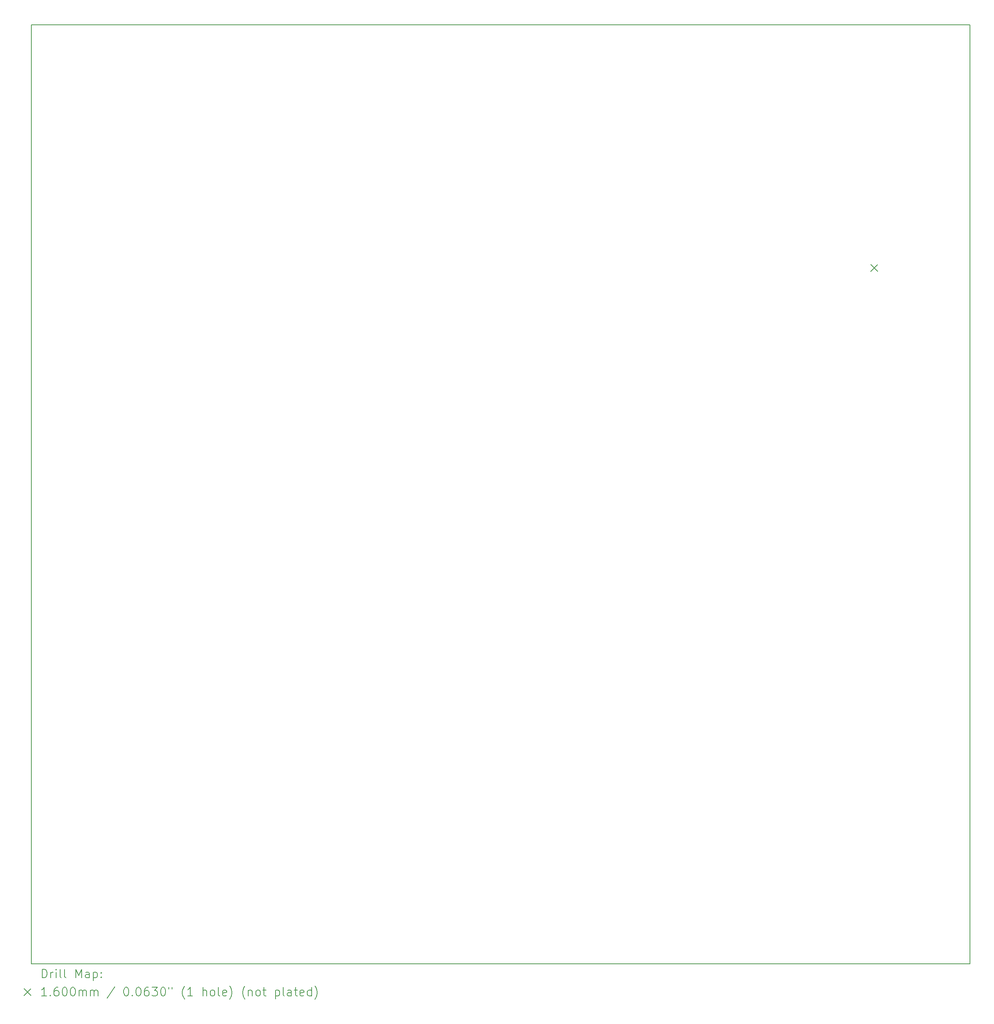
<source format=gbr>
%TF.GenerationSoftware,KiCad,Pcbnew,8.0.7*%
%TF.CreationDate,2025-03-27T18:08:51-05:00*%
%TF.ProjectId,Chess_board2,43686573-735f-4626-9f61-7264322e6b69,rev?*%
%TF.SameCoordinates,Original*%
%TF.FileFunction,Drillmap*%
%TF.FilePolarity,Positive*%
%FSLAX45Y45*%
G04 Gerber Fmt 4.5, Leading zero omitted, Abs format (unit mm)*
G04 Created by KiCad (PCBNEW 8.0.7) date 2025-03-27 18:08:51*
%MOMM*%
%LPD*%
G01*
G04 APERTURE LIST*
%ADD10C,0.200000*%
%ADD11C,0.160000*%
G04 APERTURE END LIST*
D10*
X31300000Y-6200000D02*
X53100000Y-6200000D01*
X53100000Y-28000000D01*
X31300000Y-28000000D01*
X31300000Y-6200000D01*
D11*
X50800000Y-11768000D02*
X50960000Y-11928000D01*
X50960000Y-11768000D02*
X50800000Y-11928000D01*
D10*
X31550777Y-28321484D02*
X31550777Y-28121484D01*
X31550777Y-28121484D02*
X31598396Y-28121484D01*
X31598396Y-28121484D02*
X31626967Y-28131008D01*
X31626967Y-28131008D02*
X31646015Y-28150055D01*
X31646015Y-28150055D02*
X31655539Y-28169103D01*
X31655539Y-28169103D02*
X31665062Y-28207198D01*
X31665062Y-28207198D02*
X31665062Y-28235769D01*
X31665062Y-28235769D02*
X31655539Y-28273865D01*
X31655539Y-28273865D02*
X31646015Y-28292912D01*
X31646015Y-28292912D02*
X31626967Y-28311960D01*
X31626967Y-28311960D02*
X31598396Y-28321484D01*
X31598396Y-28321484D02*
X31550777Y-28321484D01*
X31750777Y-28321484D02*
X31750777Y-28188150D01*
X31750777Y-28226246D02*
X31760301Y-28207198D01*
X31760301Y-28207198D02*
X31769824Y-28197674D01*
X31769824Y-28197674D02*
X31788872Y-28188150D01*
X31788872Y-28188150D02*
X31807920Y-28188150D01*
X31874586Y-28321484D02*
X31874586Y-28188150D01*
X31874586Y-28121484D02*
X31865062Y-28131008D01*
X31865062Y-28131008D02*
X31874586Y-28140531D01*
X31874586Y-28140531D02*
X31884110Y-28131008D01*
X31884110Y-28131008D02*
X31874586Y-28121484D01*
X31874586Y-28121484D02*
X31874586Y-28140531D01*
X31998396Y-28321484D02*
X31979348Y-28311960D01*
X31979348Y-28311960D02*
X31969824Y-28292912D01*
X31969824Y-28292912D02*
X31969824Y-28121484D01*
X32103158Y-28321484D02*
X32084110Y-28311960D01*
X32084110Y-28311960D02*
X32074586Y-28292912D01*
X32074586Y-28292912D02*
X32074586Y-28121484D01*
X32331729Y-28321484D02*
X32331729Y-28121484D01*
X32331729Y-28121484D02*
X32398396Y-28264341D01*
X32398396Y-28264341D02*
X32465062Y-28121484D01*
X32465062Y-28121484D02*
X32465062Y-28321484D01*
X32646015Y-28321484D02*
X32646015Y-28216722D01*
X32646015Y-28216722D02*
X32636491Y-28197674D01*
X32636491Y-28197674D02*
X32617443Y-28188150D01*
X32617443Y-28188150D02*
X32579348Y-28188150D01*
X32579348Y-28188150D02*
X32560301Y-28197674D01*
X32646015Y-28311960D02*
X32626967Y-28321484D01*
X32626967Y-28321484D02*
X32579348Y-28321484D01*
X32579348Y-28321484D02*
X32560301Y-28311960D01*
X32560301Y-28311960D02*
X32550777Y-28292912D01*
X32550777Y-28292912D02*
X32550777Y-28273865D01*
X32550777Y-28273865D02*
X32560301Y-28254817D01*
X32560301Y-28254817D02*
X32579348Y-28245293D01*
X32579348Y-28245293D02*
X32626967Y-28245293D01*
X32626967Y-28245293D02*
X32646015Y-28235769D01*
X32741253Y-28188150D02*
X32741253Y-28388150D01*
X32741253Y-28197674D02*
X32760301Y-28188150D01*
X32760301Y-28188150D02*
X32798396Y-28188150D01*
X32798396Y-28188150D02*
X32817443Y-28197674D01*
X32817443Y-28197674D02*
X32826967Y-28207198D01*
X32826967Y-28207198D02*
X32836491Y-28226246D01*
X32836491Y-28226246D02*
X32836491Y-28283388D01*
X32836491Y-28283388D02*
X32826967Y-28302436D01*
X32826967Y-28302436D02*
X32817443Y-28311960D01*
X32817443Y-28311960D02*
X32798396Y-28321484D01*
X32798396Y-28321484D02*
X32760301Y-28321484D01*
X32760301Y-28321484D02*
X32741253Y-28311960D01*
X32922205Y-28302436D02*
X32931729Y-28311960D01*
X32931729Y-28311960D02*
X32922205Y-28321484D01*
X32922205Y-28321484D02*
X32912682Y-28311960D01*
X32912682Y-28311960D02*
X32922205Y-28302436D01*
X32922205Y-28302436D02*
X32922205Y-28321484D01*
X32922205Y-28197674D02*
X32931729Y-28207198D01*
X32931729Y-28207198D02*
X32922205Y-28216722D01*
X32922205Y-28216722D02*
X32912682Y-28207198D01*
X32912682Y-28207198D02*
X32922205Y-28197674D01*
X32922205Y-28197674D02*
X32922205Y-28216722D01*
D11*
X31130000Y-28570000D02*
X31290000Y-28730000D01*
X31290000Y-28570000D02*
X31130000Y-28730000D01*
D10*
X31655539Y-28741484D02*
X31541253Y-28741484D01*
X31598396Y-28741484D02*
X31598396Y-28541484D01*
X31598396Y-28541484D02*
X31579348Y-28570055D01*
X31579348Y-28570055D02*
X31560301Y-28589103D01*
X31560301Y-28589103D02*
X31541253Y-28598627D01*
X31741253Y-28722436D02*
X31750777Y-28731960D01*
X31750777Y-28731960D02*
X31741253Y-28741484D01*
X31741253Y-28741484D02*
X31731729Y-28731960D01*
X31731729Y-28731960D02*
X31741253Y-28722436D01*
X31741253Y-28722436D02*
X31741253Y-28741484D01*
X31922205Y-28541484D02*
X31884110Y-28541484D01*
X31884110Y-28541484D02*
X31865062Y-28551008D01*
X31865062Y-28551008D02*
X31855539Y-28560531D01*
X31855539Y-28560531D02*
X31836491Y-28589103D01*
X31836491Y-28589103D02*
X31826967Y-28627198D01*
X31826967Y-28627198D02*
X31826967Y-28703388D01*
X31826967Y-28703388D02*
X31836491Y-28722436D01*
X31836491Y-28722436D02*
X31846015Y-28731960D01*
X31846015Y-28731960D02*
X31865062Y-28741484D01*
X31865062Y-28741484D02*
X31903158Y-28741484D01*
X31903158Y-28741484D02*
X31922205Y-28731960D01*
X31922205Y-28731960D02*
X31931729Y-28722436D01*
X31931729Y-28722436D02*
X31941253Y-28703388D01*
X31941253Y-28703388D02*
X31941253Y-28655769D01*
X31941253Y-28655769D02*
X31931729Y-28636722D01*
X31931729Y-28636722D02*
X31922205Y-28627198D01*
X31922205Y-28627198D02*
X31903158Y-28617674D01*
X31903158Y-28617674D02*
X31865062Y-28617674D01*
X31865062Y-28617674D02*
X31846015Y-28627198D01*
X31846015Y-28627198D02*
X31836491Y-28636722D01*
X31836491Y-28636722D02*
X31826967Y-28655769D01*
X32065062Y-28541484D02*
X32084110Y-28541484D01*
X32084110Y-28541484D02*
X32103158Y-28551008D01*
X32103158Y-28551008D02*
X32112682Y-28560531D01*
X32112682Y-28560531D02*
X32122205Y-28579579D01*
X32122205Y-28579579D02*
X32131729Y-28617674D01*
X32131729Y-28617674D02*
X32131729Y-28665293D01*
X32131729Y-28665293D02*
X32122205Y-28703388D01*
X32122205Y-28703388D02*
X32112682Y-28722436D01*
X32112682Y-28722436D02*
X32103158Y-28731960D01*
X32103158Y-28731960D02*
X32084110Y-28741484D01*
X32084110Y-28741484D02*
X32065062Y-28741484D01*
X32065062Y-28741484D02*
X32046015Y-28731960D01*
X32046015Y-28731960D02*
X32036491Y-28722436D01*
X32036491Y-28722436D02*
X32026967Y-28703388D01*
X32026967Y-28703388D02*
X32017443Y-28665293D01*
X32017443Y-28665293D02*
X32017443Y-28617674D01*
X32017443Y-28617674D02*
X32026967Y-28579579D01*
X32026967Y-28579579D02*
X32036491Y-28560531D01*
X32036491Y-28560531D02*
X32046015Y-28551008D01*
X32046015Y-28551008D02*
X32065062Y-28541484D01*
X32255539Y-28541484D02*
X32274586Y-28541484D01*
X32274586Y-28541484D02*
X32293634Y-28551008D01*
X32293634Y-28551008D02*
X32303158Y-28560531D01*
X32303158Y-28560531D02*
X32312682Y-28579579D01*
X32312682Y-28579579D02*
X32322205Y-28617674D01*
X32322205Y-28617674D02*
X32322205Y-28665293D01*
X32322205Y-28665293D02*
X32312682Y-28703388D01*
X32312682Y-28703388D02*
X32303158Y-28722436D01*
X32303158Y-28722436D02*
X32293634Y-28731960D01*
X32293634Y-28731960D02*
X32274586Y-28741484D01*
X32274586Y-28741484D02*
X32255539Y-28741484D01*
X32255539Y-28741484D02*
X32236491Y-28731960D01*
X32236491Y-28731960D02*
X32226967Y-28722436D01*
X32226967Y-28722436D02*
X32217443Y-28703388D01*
X32217443Y-28703388D02*
X32207920Y-28665293D01*
X32207920Y-28665293D02*
X32207920Y-28617674D01*
X32207920Y-28617674D02*
X32217443Y-28579579D01*
X32217443Y-28579579D02*
X32226967Y-28560531D01*
X32226967Y-28560531D02*
X32236491Y-28551008D01*
X32236491Y-28551008D02*
X32255539Y-28541484D01*
X32407920Y-28741484D02*
X32407920Y-28608150D01*
X32407920Y-28627198D02*
X32417443Y-28617674D01*
X32417443Y-28617674D02*
X32436491Y-28608150D01*
X32436491Y-28608150D02*
X32465063Y-28608150D01*
X32465063Y-28608150D02*
X32484110Y-28617674D01*
X32484110Y-28617674D02*
X32493634Y-28636722D01*
X32493634Y-28636722D02*
X32493634Y-28741484D01*
X32493634Y-28636722D02*
X32503158Y-28617674D01*
X32503158Y-28617674D02*
X32522205Y-28608150D01*
X32522205Y-28608150D02*
X32550777Y-28608150D01*
X32550777Y-28608150D02*
X32569824Y-28617674D01*
X32569824Y-28617674D02*
X32579348Y-28636722D01*
X32579348Y-28636722D02*
X32579348Y-28741484D01*
X32674586Y-28741484D02*
X32674586Y-28608150D01*
X32674586Y-28627198D02*
X32684110Y-28617674D01*
X32684110Y-28617674D02*
X32703158Y-28608150D01*
X32703158Y-28608150D02*
X32731729Y-28608150D01*
X32731729Y-28608150D02*
X32750777Y-28617674D01*
X32750777Y-28617674D02*
X32760301Y-28636722D01*
X32760301Y-28636722D02*
X32760301Y-28741484D01*
X32760301Y-28636722D02*
X32769824Y-28617674D01*
X32769824Y-28617674D02*
X32788872Y-28608150D01*
X32788872Y-28608150D02*
X32817443Y-28608150D01*
X32817443Y-28608150D02*
X32836491Y-28617674D01*
X32836491Y-28617674D02*
X32846015Y-28636722D01*
X32846015Y-28636722D02*
X32846015Y-28741484D01*
X33236491Y-28531960D02*
X33065063Y-28789103D01*
X33493634Y-28541484D02*
X33512682Y-28541484D01*
X33512682Y-28541484D02*
X33531729Y-28551008D01*
X33531729Y-28551008D02*
X33541253Y-28560531D01*
X33541253Y-28560531D02*
X33550777Y-28579579D01*
X33550777Y-28579579D02*
X33560301Y-28617674D01*
X33560301Y-28617674D02*
X33560301Y-28665293D01*
X33560301Y-28665293D02*
X33550777Y-28703388D01*
X33550777Y-28703388D02*
X33541253Y-28722436D01*
X33541253Y-28722436D02*
X33531729Y-28731960D01*
X33531729Y-28731960D02*
X33512682Y-28741484D01*
X33512682Y-28741484D02*
X33493634Y-28741484D01*
X33493634Y-28741484D02*
X33474586Y-28731960D01*
X33474586Y-28731960D02*
X33465063Y-28722436D01*
X33465063Y-28722436D02*
X33455539Y-28703388D01*
X33455539Y-28703388D02*
X33446015Y-28665293D01*
X33446015Y-28665293D02*
X33446015Y-28617674D01*
X33446015Y-28617674D02*
X33455539Y-28579579D01*
X33455539Y-28579579D02*
X33465063Y-28560531D01*
X33465063Y-28560531D02*
X33474586Y-28551008D01*
X33474586Y-28551008D02*
X33493634Y-28541484D01*
X33646015Y-28722436D02*
X33655539Y-28731960D01*
X33655539Y-28731960D02*
X33646015Y-28741484D01*
X33646015Y-28741484D02*
X33636491Y-28731960D01*
X33636491Y-28731960D02*
X33646015Y-28722436D01*
X33646015Y-28722436D02*
X33646015Y-28741484D01*
X33779348Y-28541484D02*
X33798396Y-28541484D01*
X33798396Y-28541484D02*
X33817444Y-28551008D01*
X33817444Y-28551008D02*
X33826968Y-28560531D01*
X33826968Y-28560531D02*
X33836491Y-28579579D01*
X33836491Y-28579579D02*
X33846015Y-28617674D01*
X33846015Y-28617674D02*
X33846015Y-28665293D01*
X33846015Y-28665293D02*
X33836491Y-28703388D01*
X33836491Y-28703388D02*
X33826968Y-28722436D01*
X33826968Y-28722436D02*
X33817444Y-28731960D01*
X33817444Y-28731960D02*
X33798396Y-28741484D01*
X33798396Y-28741484D02*
X33779348Y-28741484D01*
X33779348Y-28741484D02*
X33760301Y-28731960D01*
X33760301Y-28731960D02*
X33750777Y-28722436D01*
X33750777Y-28722436D02*
X33741253Y-28703388D01*
X33741253Y-28703388D02*
X33731729Y-28665293D01*
X33731729Y-28665293D02*
X33731729Y-28617674D01*
X33731729Y-28617674D02*
X33741253Y-28579579D01*
X33741253Y-28579579D02*
X33750777Y-28560531D01*
X33750777Y-28560531D02*
X33760301Y-28551008D01*
X33760301Y-28551008D02*
X33779348Y-28541484D01*
X34017444Y-28541484D02*
X33979348Y-28541484D01*
X33979348Y-28541484D02*
X33960301Y-28551008D01*
X33960301Y-28551008D02*
X33950777Y-28560531D01*
X33950777Y-28560531D02*
X33931729Y-28589103D01*
X33931729Y-28589103D02*
X33922206Y-28627198D01*
X33922206Y-28627198D02*
X33922206Y-28703388D01*
X33922206Y-28703388D02*
X33931729Y-28722436D01*
X33931729Y-28722436D02*
X33941253Y-28731960D01*
X33941253Y-28731960D02*
X33960301Y-28741484D01*
X33960301Y-28741484D02*
X33998396Y-28741484D01*
X33998396Y-28741484D02*
X34017444Y-28731960D01*
X34017444Y-28731960D02*
X34026968Y-28722436D01*
X34026968Y-28722436D02*
X34036491Y-28703388D01*
X34036491Y-28703388D02*
X34036491Y-28655769D01*
X34036491Y-28655769D02*
X34026968Y-28636722D01*
X34026968Y-28636722D02*
X34017444Y-28627198D01*
X34017444Y-28627198D02*
X33998396Y-28617674D01*
X33998396Y-28617674D02*
X33960301Y-28617674D01*
X33960301Y-28617674D02*
X33941253Y-28627198D01*
X33941253Y-28627198D02*
X33931729Y-28636722D01*
X33931729Y-28636722D02*
X33922206Y-28655769D01*
X34103158Y-28541484D02*
X34226968Y-28541484D01*
X34226968Y-28541484D02*
X34160301Y-28617674D01*
X34160301Y-28617674D02*
X34188872Y-28617674D01*
X34188872Y-28617674D02*
X34207920Y-28627198D01*
X34207920Y-28627198D02*
X34217444Y-28636722D01*
X34217444Y-28636722D02*
X34226968Y-28655769D01*
X34226968Y-28655769D02*
X34226968Y-28703388D01*
X34226968Y-28703388D02*
X34217444Y-28722436D01*
X34217444Y-28722436D02*
X34207920Y-28731960D01*
X34207920Y-28731960D02*
X34188872Y-28741484D01*
X34188872Y-28741484D02*
X34131729Y-28741484D01*
X34131729Y-28741484D02*
X34112682Y-28731960D01*
X34112682Y-28731960D02*
X34103158Y-28722436D01*
X34350777Y-28541484D02*
X34369825Y-28541484D01*
X34369825Y-28541484D02*
X34388872Y-28551008D01*
X34388872Y-28551008D02*
X34398396Y-28560531D01*
X34398396Y-28560531D02*
X34407920Y-28579579D01*
X34407920Y-28579579D02*
X34417444Y-28617674D01*
X34417444Y-28617674D02*
X34417444Y-28665293D01*
X34417444Y-28665293D02*
X34407920Y-28703388D01*
X34407920Y-28703388D02*
X34398396Y-28722436D01*
X34398396Y-28722436D02*
X34388872Y-28731960D01*
X34388872Y-28731960D02*
X34369825Y-28741484D01*
X34369825Y-28741484D02*
X34350777Y-28741484D01*
X34350777Y-28741484D02*
X34331729Y-28731960D01*
X34331729Y-28731960D02*
X34322206Y-28722436D01*
X34322206Y-28722436D02*
X34312682Y-28703388D01*
X34312682Y-28703388D02*
X34303158Y-28665293D01*
X34303158Y-28665293D02*
X34303158Y-28617674D01*
X34303158Y-28617674D02*
X34312682Y-28579579D01*
X34312682Y-28579579D02*
X34322206Y-28560531D01*
X34322206Y-28560531D02*
X34331729Y-28551008D01*
X34331729Y-28551008D02*
X34350777Y-28541484D01*
X34493634Y-28541484D02*
X34493634Y-28579579D01*
X34569825Y-28541484D02*
X34569825Y-28579579D01*
X34865063Y-28817674D02*
X34855539Y-28808150D01*
X34855539Y-28808150D02*
X34836491Y-28779579D01*
X34836491Y-28779579D02*
X34826968Y-28760531D01*
X34826968Y-28760531D02*
X34817444Y-28731960D01*
X34817444Y-28731960D02*
X34807920Y-28684341D01*
X34807920Y-28684341D02*
X34807920Y-28646246D01*
X34807920Y-28646246D02*
X34817444Y-28598627D01*
X34817444Y-28598627D02*
X34826968Y-28570055D01*
X34826968Y-28570055D02*
X34836491Y-28551008D01*
X34836491Y-28551008D02*
X34855539Y-28522436D01*
X34855539Y-28522436D02*
X34865063Y-28512912D01*
X35046015Y-28741484D02*
X34931730Y-28741484D01*
X34988872Y-28741484D02*
X34988872Y-28541484D01*
X34988872Y-28541484D02*
X34969825Y-28570055D01*
X34969825Y-28570055D02*
X34950777Y-28589103D01*
X34950777Y-28589103D02*
X34931730Y-28598627D01*
X35284111Y-28741484D02*
X35284111Y-28541484D01*
X35369825Y-28741484D02*
X35369825Y-28636722D01*
X35369825Y-28636722D02*
X35360301Y-28617674D01*
X35360301Y-28617674D02*
X35341253Y-28608150D01*
X35341253Y-28608150D02*
X35312682Y-28608150D01*
X35312682Y-28608150D02*
X35293634Y-28617674D01*
X35293634Y-28617674D02*
X35284111Y-28627198D01*
X35493634Y-28741484D02*
X35474587Y-28731960D01*
X35474587Y-28731960D02*
X35465063Y-28722436D01*
X35465063Y-28722436D02*
X35455539Y-28703388D01*
X35455539Y-28703388D02*
X35455539Y-28646246D01*
X35455539Y-28646246D02*
X35465063Y-28627198D01*
X35465063Y-28627198D02*
X35474587Y-28617674D01*
X35474587Y-28617674D02*
X35493634Y-28608150D01*
X35493634Y-28608150D02*
X35522206Y-28608150D01*
X35522206Y-28608150D02*
X35541253Y-28617674D01*
X35541253Y-28617674D02*
X35550777Y-28627198D01*
X35550777Y-28627198D02*
X35560301Y-28646246D01*
X35560301Y-28646246D02*
X35560301Y-28703388D01*
X35560301Y-28703388D02*
X35550777Y-28722436D01*
X35550777Y-28722436D02*
X35541253Y-28731960D01*
X35541253Y-28731960D02*
X35522206Y-28741484D01*
X35522206Y-28741484D02*
X35493634Y-28741484D01*
X35674587Y-28741484D02*
X35655539Y-28731960D01*
X35655539Y-28731960D02*
X35646015Y-28712912D01*
X35646015Y-28712912D02*
X35646015Y-28541484D01*
X35826968Y-28731960D02*
X35807920Y-28741484D01*
X35807920Y-28741484D02*
X35769825Y-28741484D01*
X35769825Y-28741484D02*
X35750777Y-28731960D01*
X35750777Y-28731960D02*
X35741253Y-28712912D01*
X35741253Y-28712912D02*
X35741253Y-28636722D01*
X35741253Y-28636722D02*
X35750777Y-28617674D01*
X35750777Y-28617674D02*
X35769825Y-28608150D01*
X35769825Y-28608150D02*
X35807920Y-28608150D01*
X35807920Y-28608150D02*
X35826968Y-28617674D01*
X35826968Y-28617674D02*
X35836492Y-28636722D01*
X35836492Y-28636722D02*
X35836492Y-28655769D01*
X35836492Y-28655769D02*
X35741253Y-28674817D01*
X35903158Y-28817674D02*
X35912682Y-28808150D01*
X35912682Y-28808150D02*
X35931730Y-28779579D01*
X35931730Y-28779579D02*
X35941253Y-28760531D01*
X35941253Y-28760531D02*
X35950777Y-28731960D01*
X35950777Y-28731960D02*
X35960301Y-28684341D01*
X35960301Y-28684341D02*
X35960301Y-28646246D01*
X35960301Y-28646246D02*
X35950777Y-28598627D01*
X35950777Y-28598627D02*
X35941253Y-28570055D01*
X35941253Y-28570055D02*
X35931730Y-28551008D01*
X35931730Y-28551008D02*
X35912682Y-28522436D01*
X35912682Y-28522436D02*
X35903158Y-28512912D01*
X36265063Y-28817674D02*
X36255539Y-28808150D01*
X36255539Y-28808150D02*
X36236492Y-28779579D01*
X36236492Y-28779579D02*
X36226968Y-28760531D01*
X36226968Y-28760531D02*
X36217444Y-28731960D01*
X36217444Y-28731960D02*
X36207920Y-28684341D01*
X36207920Y-28684341D02*
X36207920Y-28646246D01*
X36207920Y-28646246D02*
X36217444Y-28598627D01*
X36217444Y-28598627D02*
X36226968Y-28570055D01*
X36226968Y-28570055D02*
X36236492Y-28551008D01*
X36236492Y-28551008D02*
X36255539Y-28522436D01*
X36255539Y-28522436D02*
X36265063Y-28512912D01*
X36341253Y-28608150D02*
X36341253Y-28741484D01*
X36341253Y-28627198D02*
X36350777Y-28617674D01*
X36350777Y-28617674D02*
X36369825Y-28608150D01*
X36369825Y-28608150D02*
X36398396Y-28608150D01*
X36398396Y-28608150D02*
X36417444Y-28617674D01*
X36417444Y-28617674D02*
X36426968Y-28636722D01*
X36426968Y-28636722D02*
X36426968Y-28741484D01*
X36550777Y-28741484D02*
X36531730Y-28731960D01*
X36531730Y-28731960D02*
X36522206Y-28722436D01*
X36522206Y-28722436D02*
X36512682Y-28703388D01*
X36512682Y-28703388D02*
X36512682Y-28646246D01*
X36512682Y-28646246D02*
X36522206Y-28627198D01*
X36522206Y-28627198D02*
X36531730Y-28617674D01*
X36531730Y-28617674D02*
X36550777Y-28608150D01*
X36550777Y-28608150D02*
X36579349Y-28608150D01*
X36579349Y-28608150D02*
X36598396Y-28617674D01*
X36598396Y-28617674D02*
X36607920Y-28627198D01*
X36607920Y-28627198D02*
X36617444Y-28646246D01*
X36617444Y-28646246D02*
X36617444Y-28703388D01*
X36617444Y-28703388D02*
X36607920Y-28722436D01*
X36607920Y-28722436D02*
X36598396Y-28731960D01*
X36598396Y-28731960D02*
X36579349Y-28741484D01*
X36579349Y-28741484D02*
X36550777Y-28741484D01*
X36674587Y-28608150D02*
X36750777Y-28608150D01*
X36703158Y-28541484D02*
X36703158Y-28712912D01*
X36703158Y-28712912D02*
X36712682Y-28731960D01*
X36712682Y-28731960D02*
X36731730Y-28741484D01*
X36731730Y-28741484D02*
X36750777Y-28741484D01*
X36969825Y-28608150D02*
X36969825Y-28808150D01*
X36969825Y-28617674D02*
X36988873Y-28608150D01*
X36988873Y-28608150D02*
X37026968Y-28608150D01*
X37026968Y-28608150D02*
X37046015Y-28617674D01*
X37046015Y-28617674D02*
X37055539Y-28627198D01*
X37055539Y-28627198D02*
X37065063Y-28646246D01*
X37065063Y-28646246D02*
X37065063Y-28703388D01*
X37065063Y-28703388D02*
X37055539Y-28722436D01*
X37055539Y-28722436D02*
X37046015Y-28731960D01*
X37046015Y-28731960D02*
X37026968Y-28741484D01*
X37026968Y-28741484D02*
X36988873Y-28741484D01*
X36988873Y-28741484D02*
X36969825Y-28731960D01*
X37179349Y-28741484D02*
X37160301Y-28731960D01*
X37160301Y-28731960D02*
X37150777Y-28712912D01*
X37150777Y-28712912D02*
X37150777Y-28541484D01*
X37341254Y-28741484D02*
X37341254Y-28636722D01*
X37341254Y-28636722D02*
X37331730Y-28617674D01*
X37331730Y-28617674D02*
X37312682Y-28608150D01*
X37312682Y-28608150D02*
X37274587Y-28608150D01*
X37274587Y-28608150D02*
X37255539Y-28617674D01*
X37341254Y-28731960D02*
X37322206Y-28741484D01*
X37322206Y-28741484D02*
X37274587Y-28741484D01*
X37274587Y-28741484D02*
X37255539Y-28731960D01*
X37255539Y-28731960D02*
X37246015Y-28712912D01*
X37246015Y-28712912D02*
X37246015Y-28693865D01*
X37246015Y-28693865D02*
X37255539Y-28674817D01*
X37255539Y-28674817D02*
X37274587Y-28665293D01*
X37274587Y-28665293D02*
X37322206Y-28665293D01*
X37322206Y-28665293D02*
X37341254Y-28655769D01*
X37407920Y-28608150D02*
X37484111Y-28608150D01*
X37436492Y-28541484D02*
X37436492Y-28712912D01*
X37436492Y-28712912D02*
X37446015Y-28731960D01*
X37446015Y-28731960D02*
X37465063Y-28741484D01*
X37465063Y-28741484D02*
X37484111Y-28741484D01*
X37626968Y-28731960D02*
X37607920Y-28741484D01*
X37607920Y-28741484D02*
X37569825Y-28741484D01*
X37569825Y-28741484D02*
X37550777Y-28731960D01*
X37550777Y-28731960D02*
X37541254Y-28712912D01*
X37541254Y-28712912D02*
X37541254Y-28636722D01*
X37541254Y-28636722D02*
X37550777Y-28617674D01*
X37550777Y-28617674D02*
X37569825Y-28608150D01*
X37569825Y-28608150D02*
X37607920Y-28608150D01*
X37607920Y-28608150D02*
X37626968Y-28617674D01*
X37626968Y-28617674D02*
X37636492Y-28636722D01*
X37636492Y-28636722D02*
X37636492Y-28655769D01*
X37636492Y-28655769D02*
X37541254Y-28674817D01*
X37807920Y-28741484D02*
X37807920Y-28541484D01*
X37807920Y-28731960D02*
X37788873Y-28741484D01*
X37788873Y-28741484D02*
X37750777Y-28741484D01*
X37750777Y-28741484D02*
X37731730Y-28731960D01*
X37731730Y-28731960D02*
X37722206Y-28722436D01*
X37722206Y-28722436D02*
X37712682Y-28703388D01*
X37712682Y-28703388D02*
X37712682Y-28646246D01*
X37712682Y-28646246D02*
X37722206Y-28627198D01*
X37722206Y-28627198D02*
X37731730Y-28617674D01*
X37731730Y-28617674D02*
X37750777Y-28608150D01*
X37750777Y-28608150D02*
X37788873Y-28608150D01*
X37788873Y-28608150D02*
X37807920Y-28617674D01*
X37884111Y-28817674D02*
X37893635Y-28808150D01*
X37893635Y-28808150D02*
X37912682Y-28779579D01*
X37912682Y-28779579D02*
X37922206Y-28760531D01*
X37922206Y-28760531D02*
X37931730Y-28731960D01*
X37931730Y-28731960D02*
X37941254Y-28684341D01*
X37941254Y-28684341D02*
X37941254Y-28646246D01*
X37941254Y-28646246D02*
X37931730Y-28598627D01*
X37931730Y-28598627D02*
X37922206Y-28570055D01*
X37922206Y-28570055D02*
X37912682Y-28551008D01*
X37912682Y-28551008D02*
X37893635Y-28522436D01*
X37893635Y-28522436D02*
X37884111Y-28512912D01*
M02*

</source>
